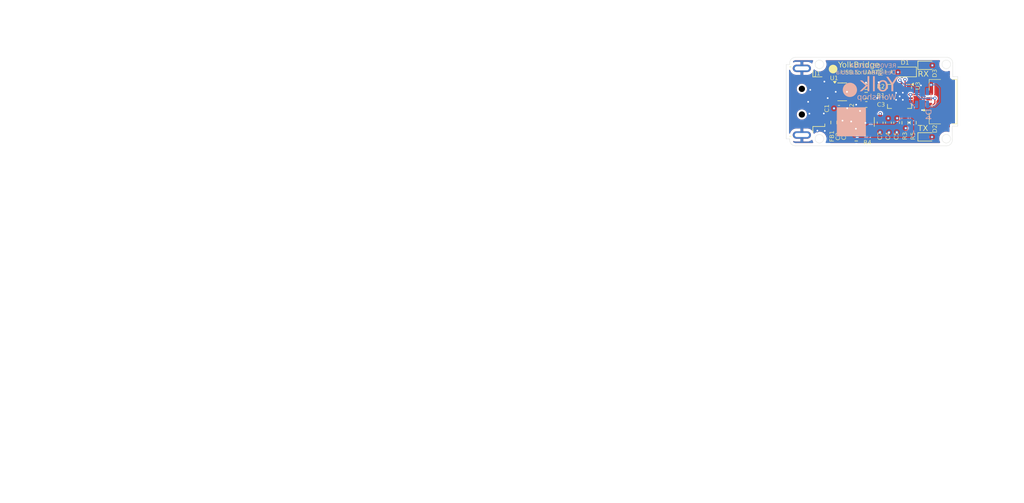
<source format=kicad_pcb>
(kicad_pcb (version 20240108) (generator "pcbnew") (generator_version "8.0")
  (title_block (title "YolkBridge") (date "2024-11-05") (rev "A") (company "Yolkworkshop"))
  (layers (0 "F.Cu" signal "TOP-SIG") (1 "In1.Cu" power "L2-GND") (2 "In2.Cu" power "L3-PWR") (31 "B.Cu" signal "BOTTOM-SIG") (34 "B.Paste" user) (35 "F.Paste" user) (36 "B.SilkS" user "B.Silkscreen") (37 "F.SilkS" user "F.Silkscreen") (38 "B.Mask" user) (39 "F.Mask" user) (44 "Edge.Cuts" user))
  (net 0 "")
  (net 1 "Net-(J1-VBUS)")
  (net 2 "GND")
  (net 3 "VBUS")
  (net 4 "+3.3V")
  (net 5 "+3V3")
  (net 6 "Net-(D1-K)")
  (net 7 "Net-(D2-K)")
  (net 8 "/UART_TX")
  (net 9 "/UART_RX")
  (net 10 "/CONN_DP")
  (net 11 "/CONN_DN")
  (net 12 "/USB_DN")
  (net 13 "/DN")
  (net 14 "/USB_DP")
  (net 15 "/DP")
  (net 16 "Net-(D3-K)")
  (net 17 "Net-(U3-~{RESET})")
  (net 18 "Net-(U2-EN)")
  (net 19 "Net-(U3-CBUS1)")
  (net 20 "Net-(U3-CBUS2)")
  (footprint "Resistor_SMD:R_0603_1608Metric_Pad0.98x0.95mm_HandSolder" (layer "F.Cu") (at 163.343749 37.825 180)
    (property "Reference" "R4" (at -1.9625 -0.825 0) (layer "F.SilkS") (effects (font (size 0.75 0.75))))
    (property "Value" "10k")
    (fp_line (start -0.254724 0.5225) (end 0.254724 0.5225) (stroke (width 0.12)) (layer "F.SilkS"))
    (fp_line (start -0.254724 -0.5225) (end 0.254724 -0.5225) (stroke (width 0.12)) (layer "F.SilkS"))
    (pad "1" smd roundrect (at -0.9125 0 180) (size 0.975 0.95) (layers "F.Cu" "F.Paste" "F.Mask") (net 18 "Net-(U2-EN)"))
    (pad "2" smd roundrect (at 0.9125 0 180) (size 0.975 0.95) (layers "F.Cu" "F.Paste" "F.Mask") (net 3 "VBUS"))
  )
  (footprint "Diode_SMD:D_SOD-323_HandSoldering" (layer "F.Cu") (at 171.881249 26.225 180)
    (property "Reference" "D1" (at 0 1.6 0) (layer "F.SilkS") (effects (font (size 0.75 0.75))))
    (property "Value" "BAT60BE6359HTMA1")
    (fp_line (start -2.01 0.85) (end 1.25 0.85) (stroke (width 0.12)) (layer "F.SilkS"))
    (fp_line (start -2.01 -0.85) (end 1.25 -0.85) (stroke (width 0.12)) (layer "F.SilkS"))
    (fp_line (start -2.01 -0.85) (end -2.01 0.85) (stroke (width 0.12)) (layer "F.SilkS"))
    (pad "1" smd roundrect (at -1.249999 0 180) (size 1 1) (layers "F.Cu" "F.Paste" "F.Mask") (net 6 "Net-(D1-K)"))
    (pad "2" smd roundrect (at 1.249999 0 180) (size 1 1) (layers "F.Cu" "F.Paste" "F.Mask") (net 5 "+3V3"))
  )
  (footprint "Resistor_SMD:R_0603_1608Metric_Pad0.98x0.95mm_HandSolder" (layer "F.Cu") (at 159.406249 35.1 -90)
    (property "Reference" "FB1" (at 2.425 0.3 -90) (layer "F.SilkS") (effects (font (size 0.75 0.75))))
    (property "Value" "100R @ 100MHz")
    (fp_line (start -0.254724 0.5225) (end 0.254724 0.5225) (stroke (width 0.12)) (layer "F.SilkS"))
    (fp_line (start -0.254724 -0.5225) (end 0.254724 -0.5225) (stroke (width 0.12)) (layer "F.SilkS"))
    (pad "1" smd roundrect (at -0.9125 0 270) (size 0.975 0.95) (layers "F.Cu" "F.Paste" "F.Mask") (net 1 "Net-(J1-VBUS)"))
    (pad "2" smd roundrect (at 0.9125 0 270) (size 0.975 0.95) (layers "F.Cu" "F.Paste" "F.Mask") (net 3 "VBUS"))
  )
  (footprint "Capacitor_SMD:C_0603_1608Metric_Pad1.08x0.95mm_HandSolder" (layer "F.Cu") (at 160.306249 32.625)
    (property "Reference" "C1" (at -2.075 0 90) (layer "F.SilkS") (effects (font (size 0.75 0.75))))
    (property "Value" "100n")
    (fp_line (start -0.146267 -0.51) (end 0.146267 -0.51) (stroke (width 0.12)) (layer "F.SilkS"))
    (fp_line (start -0.146267 0.51) (end 0.146267 0.51) (stroke (width 0.12)) (layer "F.SilkS"))
    (pad "1" smd roundrect (at -0.862501 0) (size 1.075 0.95) (layers "F.Cu" "F.Paste" "F.Mask") (net 1 "Net-(J1-VBUS)"))
    (pad "2" smd roundrect (at 0.862501 0) (size 1.075 0.95) (layers "F.Cu" "F.Paste" "F.Mask") (net 2 "GND"))
  )
  (footprint "Capacitor_SMD:C_0603_1608Metric_Pad1.08x0.95mm_HandSolder" (layer "F.Cu") (at 168.981249 35.15 -90)
    (property "Reference" "C4" (at 2.325 0.025 90) (layer "F.SilkS") (effects (font (size 0.75 0.75))))
    (property "Value" "470n")
    (fp_line (start -0.146267 0.51) (end 0.146267 0.51) (stroke (width 0.12)) (layer "F.SilkS"))
    (fp_line (start -0.146267 -0.51) (end 0.146267 -0.51) (stroke (width 0.12)) (layer "F.SilkS"))
    (pad "1" smd roundrect (at -0.862501 0 270) (size 1.075 0.95) (layers "F.Cu" "F.Paste" "F.Mask") (net 4 "+3.3V"))
    (pad "2" smd roundrect (at 0.862501 0 270) (size 1.075 0.95) (layers "F.Cu" "F.Paste" "F.Mask") (net 2 "GND"))
  )
  (footprint "Capacitor_SMD:C_0603_1608Metric_Pad1.08x0.95mm_HandSolder" (layer "F.Cu") (at 160.906249 35.1 90)
    (property "Reference" "C2" (at -2.45 -0.725 90) (layer "F.SilkS") (effects (font (size 0.75 0.75))))
    (property "Value" "100n")
    (fp_line (start -0.146267 -0.51) (end 0.146267 -0.51) (stroke (width 0.12)) (layer "F.SilkS"))
    (fp_line (start -0.146267 0.51) (end 0.146267 0.51) (stroke (width 0.12)) (layer "F.SilkS"))
    (pad "1" smd roundrect (at -0.862501 0 90) (size 1.075 0.95) (layers "F.Cu" "F.Paste" "F.Mask") (net 3 "VBUS"))
    (pad "2" smd roundrect (at 0.862501 0 90) (size 1.075 0.95) (layers "F.Cu" "F.Paste" "F.Mask") (net 2 "GND"))
  )
  (footprint "Resistor_SMD:R_0603_1608Metric_Pad0.98x0.95mm_HandSolder" (layer "F.Cu") (at 173.331249 35.15 -90)
    (property "Reference" "R5" (at 2.325 0 90) (layer "F.SilkS") (effects (font (size 0.75 0.75))))
    (property "Value" "330R")
    (fp_line (start -0.254724 0.5225) (end 0.254724 0.5225) (stroke (width 0.12)) (layer "F.SilkS"))
    (fp_line (start -0.254724 -0.5225) (end 0.254724 -0.5225) (stroke (width 0.12)) (layer "F.SilkS"))
    (pad "1" smd roundrect (at -0.9125 0 270) (size 0.975 0.95) (layers "F.Cu" "F.Paste" "F.Mask") (net 19 "Net-(U3-CBUS1)"))
    (pad "2" smd roundrect (at 0.9125 0 270) (size 0.975 0.95) (layers "F.Cu" "F.Paste" "F.Mask") (net 7 "Net-(D2-K)"))
  )
  (footprint "picostroke:5037630491" (layer "F.Cu") (at 178.056249 31.45 -90)
    (property "Reference" "J2" (hide yes))
    (property "Value" "UART" (hide yes))
    (fp_line (start 1.4 2.825) (end 1.4 2.825) (stroke (width 0.2)) (layer "F.SilkS"))
    (fp_line (start 1.6 2.825) (end 1.6 2.825) (stroke (width 0.2)) (layer "F.SilkS"))
    (fp_line (start -3.9 1.925) (end -2 1.925) (stroke (width 0.1)) (layer "F.SilkS"))
    (fp_line (start 2 1.925) (end 3.9 1.925) (stroke (width 0.1)) (layer "F.SilkS"))
    (fp_line (start 3.9 1.925) (end 3.899999 -0.075) (stroke (width 0.1)) (layer "F.SilkS"))
    (fp_line (start -3.899999 -0.075) (end -3.9 1.925) (stroke (width 0.1)) (layer "F.SilkS"))
    (fp_line (start -3.9 -2.075) (end -3.9 -2.925) (stroke (width 0.1)) (layer "F.SilkS"))
    (fp_line (start -3.9 -2.925) (end 3.9 -2.925) (stroke (width 0.1)) (layer "F.SilkS"))
    (fp_line (start 3.9 -2.925) (end 3.9 -2.075) (stroke (width 0.1)) (layer "F.SilkS"))
    (fp_arc (start 1.4 2.825) (mid 1.5 2.725) (end 1.6 2.825) (stroke (width 0.2)) (layer "F.SilkS"))
    (fp_arc (start 1.6 2.825) (mid 1.5 2.925) (end 1.4 2.825) (stroke (width 0.2)) (layer "F.SilkS"))
    (pad "1" smd rect (at 1.5 1.925 270) (size 0.55 1) (layers "F.Cu" "F.Paste" "F.Mask") (net 2 "GND"))
    (pad "2" smd rect (at 0.5 1.925 270) (size 0.55 1) (layers "F.Cu" "F.Paste" "F.Mask") (net 8 "/UART_TX"))
    (pad "3" smd rect (at -0.5 1.925 270) (size 0.55 1) (layers "F.Cu" "F.Paste" "F.Mask") (net 9 "/UART_RX"))
    (pad "4" smd rect (at -1.5 1.925 270) (size 0.55 1) (layers "F.Cu" "F.Paste" "F.Mask") (net 6 "Net-(D1-K)"))
    (pad "5" smd rect (at -3.875 -1.055 270) (size 1.26 1.3) (layers "F.Cu" "F.Paste" "F.Mask"))
    (pad "6" smd rect (at 3.875 -1.055 270) (size 1.26 1.3) (layers "F.Cu" "F.Paste" "F.Mask"))
  )
  (footprint "LED_SMD:LED_0603_1608Metric_Pad1.05x0.95mm_HandSolder" (layer "F.Cu") (at 175.806249 37.625)
    (property "Reference" "D2" (at 1.35 -1.4 -90) (layer "F.SilkS") (effects (font (size 0.75 0.75))))
    (property "Value" "TXLED")
    (fp_line (start -1.66 -0.735) (end -1.66 0.735) (stroke (width 0.12)) (layer "F.SilkS"))
    (fp_line (start -1.66 0.735) (end 0.8 0.735) (stroke (width 0.12)) (layer "F.SilkS"))
    (fp_line (start 0.8 -0.735) (end -1.66 -0.735) (stroke (width 0.12)) (layer "F.SilkS"))
    (pad "1" smd roundrect (at -0.874999 0) (size 1.05 0.95) (layers "F.Cu" "F.Paste" "F.Mask") (net 7 "Net-(D2-K)"))
    (pad "2" smd roundrect (at 0.874999 0) (size 1.05 0.95) (layers "F.Cu" "F.Paste" "F.Mask") (net 5 "+3V3"))
  )
  (footprint "Capacitor_SMD:C_0603_1608Metric_Pad1.08x0.95mm_HandSolder" (layer "F.Cu") (at 167.531249 35.15 -90)
    (property "Reference" "C7" (at 2.325 0 90) (layer "F.SilkS") (effects (font (size 0.75 0.75))))
    (property "Value" "1u")
    (fp_line (start -0.146267 0.51) (end 0.146267 0.51) (stroke (width 0.12)) (layer "F.SilkS"))
    (fp_line (start -0.146267 -0.51) (end 0.146267 -0.51) (stroke (width 0.12)) (layer "F.SilkS"))
    (pad "1" smd roundrect (at -0.862501 0 270) (size 1.075 0.95) (layers "F.Cu" "F.Paste" "F.Mask") (net 5 "+3V3"))
    (pad "2" smd roundrect (at 0.862501 0 270) (size 1.075 0.95) (layers "F.Cu" "F.Paste" "F.Mask") (net 2 "GND"))
  )
  (footprint "Capacitor_SMD:C_0603_1608Metric_Pad1.08x0.95mm_HandSolder" (layer "F.Cu") (at 162.406249 35.1 90)
    (property "Reference" "C6" (at -2.4 -1.2 90) (layer "F.SilkS") (effects (font (size 0.75 0.75))))
    (property "Value" "1u")
    (fp_line (start -0.146267 -0.51) (end 0.146267 -0.51) (stroke (width 0.12)) (layer "F.SilkS"))
    (fp_line (start -0.146267 0.51) (end 0.146267 0.51) (stroke (width 0.12)) (layer "F.SilkS"))
    (pad "1" smd roundrect (at -0.862501 0 90) (size 1.075 0.95) (layers "F.Cu" "F.Paste" "F.Mask") (net 3 "VBUS"))
    (pad "2" smd roundrect (at 0.862501 0 90) (size 1.075 0.95) (layers "F.Cu" "F.Paste" "F.Mask") (net 2 "GND"))
  )
  (footprint "Resistor_SMD:R_0603_1608Metric_Pad0.98x0.95mm_HandSolder" (layer "F.Cu") (at 168.981249 26.175 -90)
    (property "Reference" "R6" (at 0.075 1.325 90) (layer "F.SilkS") (effects (font (size 0.75 0.75))))
    (property "Value" "330R")
    (fp_line (start -0.254724 0.5225) (end 0.254724 0.5225) (stroke (width 0.12)) (layer "F.SilkS"))
    (fp_line (start -0.254724 -0.5225) (end 0.254724 -0.5225) (stroke (width 0.12)) (layer "F.SilkS"))
    (pad "1" smd roundrect (at -0.9125 0 270) (size 0.975 0.95) (layers "F.Cu" "F.Paste" "F.Mask") (net 16 "Net-(D3-K)"))
    (pad "2" smd roundrect (at 0.9125 0 270) (size 0.975 0.95) (layers "F.Cu" "F.Paste" "F.Mask") (net 20 "Net-(U3-CBUS2)"))
  )
  (footprint "Capacitor_SMD:C_0603_1608Metric_Pad1.08x0.95mm_HandSolder" (layer "F.Cu") (at 165.106249 31.95 180)
    (property "Reference" "C3" (at -2.575 -0.05 0) (layer "F.SilkS") (effects (font (size 0.75 0.75))))
    (property "Value" "100n")
    (fp_line (start -0.146267 0.51) (end 0.146267 0.51) (stroke (width 0.12)) (layer "F.SilkS"))
    (fp_line (start -0.146267 -0.51) (end 0.146267 -0.51) (stroke (width 0.12)) (layer "F.SilkS"))
    (pad "1" smd roundrect (at -0.862501 0 180) (size 1.075 0.95) (layers "F.Cu" "F.Paste" "F.Mask") (net 4 "+3.3V"))
    (pad "2" smd roundrect (at 0.862501 0 180) (size 1.075 0.95) (layers "F.Cu" "F.Paste" "F.Mask") (net 2 "GND"))
  )
  (footprint "Capacitor_SMD:C_0603_1608Metric_Pad1.08x0.95mm_HandSolder" (layer "F.Cu") (at 170.431249 35.15 -90)
    (property "Reference" "C5" (at 2.325 0.025 90) (layer "F.SilkS") (effects (font (size 0.75 0.75))))
    (property "Value" "100n")
    (fp_line (start -0.146267 0.51) (end 0.146267 0.51) (stroke (width 0.12)) (layer "F.SilkS"))
    (fp_line (start -0.146267 -0.51) (end 0.146267 -0.51) (stroke (width 0.12)) (layer "F.SilkS"))
    (pad "1" smd roundrect (at -0.862501 0 270) (size 1.075 0.95) (layers "F.Cu" "F.Paste" "F.Mask") (net 4 "+3.3V"))
    (pad "2" smd roundrect (at 0.862501 0 270) (size 1.075 0.95) (layers "F.Cu" "F.Paste" "F.Mask") (net 2 "GND"))
  )
  (footprint "Package_TO_SOT_SMD:SOT-23-6" (layer "F.Cu") (at 160.881249 29.725)
    (property "Reference" "U1" (at -1.425 -2.375 0) (layer "F.SilkS") (effects (font (size 0.75 0.75))))
    (property "Value" "USBLC6-2SC6")
    (fp_line (start 0 -1.56) (end -0.8 -1.56) (stroke (width 0.12)) (layer "F.SilkS"))
    (fp_line (start 0 -1.56) (end 0.8 -1.56) (stroke (width 0.12)) (layer "F.SilkS"))
    (fp_line (start 0 1.56) (end -0.8 1.56) (stroke (width 0.12)) (layer "F.SilkS"))
    (fp_line (start 0 1.56) (end 0.8 1.56) (stroke (width 0.12)) (layer "F.SilkS"))
    (fp_poly (pts (xy -1.3 -1.51) (xy -1.54 -1.84) (xy -1.06 -1.84) (xy -1.3 -1.51)) (stroke (width 0.12)) (fill solid) (layer "F.SilkS"))
    (pad "1" smd roundrect (at -1.1375 -0.95) (size 1.325 0.6) (layers "F.Cu" "F.Paste" "F.Mask") (net 10 "/CONN_DP"))
    (pad "2" smd roundrect (at -1.1375 0) (size 1.325 0.6) (layers "F.Cu" "F.Paste" "F.Mask") (net 2 "GND"))
    (pad "3" smd roundrect (at -1.1375 0.95) (size 1.325 0.6) (layers "F.Cu" "F.Paste" "F.Mask") (net 11 "/CONN_DN"))
    (pad "4" smd roundrect (at 1.1375 0.95) (size 1.325 0.6) (layers "F.Cu" "F.Paste" "F.Mask") (net 12 "/USB_DN"))
    (pad "5" smd roundrect (at 1.1375 0) (size 1.325 0.6) (layers "F.Cu" "F.Paste" "F.Mask") (net 1 "Net-(J1-VBUS)"))
    (pad "6" smd roundrect (at 1.1375 -0.95) (size 1.325 0.6) (layers "F.Cu" "F.Paste" "F.Mask") (net 14 "/USB_DP"))
  )
  (footprint "Package_TO_SOT_SMD:SOT-23-5" (layer "F.Cu") (at 164.943749 35 90)
    (property "Reference" "U2" (at 2.55 -2.3375 90) (layer "F.SilkS") (effects (font (size 0.75 0.75))))
    (property "Value" "MIC5504-3.3YM5")
    (fp_line (start 0 -1.560001) (end 0.8 -1.56) (stroke (width 0.12)) (layer "F.SilkS"))
    (fp_line (start 0 -1.560001) (end -0.8 -1.56) (stroke (width 0.12)) (layer "F.SilkS"))
    (fp_line (start 0 1.560001) (end 0.8 1.56) (stroke (width 0.12)) (layer "F.SilkS"))
    (fp_line (start 0 1.560001) (end -0.8 1.56) (stroke (width 0.12)) (layer "F.SilkS"))
    (fp_poly (pts (xy -1.3 -1.51) (xy -1.54 -1.84) (xy -1.06 -1.84) (xy -1.3 -1.51)) (stroke (width 0.12)) (fill solid) (layer "F.SilkS"))
    (pad "1" smd roundrect (at -1.1375 -0.949999 90) (size 1.325 0.6) (layers "F.Cu" "F.Paste" "F.Mask") (net 3 "VBUS"))
    (pad "2" smd roundrect (at -1.1375 0 90) (size 1.325 0.6) (layers "F.Cu" "F.Paste" "F.Mask") (net 2 "GND"))
    (pad "3" smd roundrect (at -1.1375 0.949999 90) (size 1.325 0.6) (layers "F.Cu" "F.Paste" "F.Mask") (net 18 "Net-(U2-EN)"))
    (pad "4" smd roundrect (at 1.1375 0.949999 90) (size 1.325 0.6) (layers "F.Cu" "F.Paste" "F.Mask"))
    (pad "5" smd roundrect (at 1.1375 -0.949999 90) (size 1.325 0.6) (layers "F.Cu" "F.Paste" "F.Mask") (net 5 "+3V3"))
  )
  (footprint "Resistor_SMD:R_0603_1608Metric_Pad0.98x0.95mm_HandSolder" (layer "F.Cu") (at 165.081249 30.35)
    (property "Reference" "R1" (at 2.575 0.075 0) (layer "F.SilkS") (effects (font (size 0.75 0.75))))
    (property "Value" "27R")
    (fp_line (start -0.254724 -0.5225) (end 0.254724 -0.5225) (stroke (width 0.12)) (layer "F.SilkS"))
    (fp_line (start -0.254724 0.5225) (end 0.254724 0.5225) (stroke (width 0.12)) (layer "F.SilkS"))
    (pad "1" smd roundrect (at -0.9125 0) (size 0.975 0.95) (layers "F.Cu" "F.Paste" "F.Mask") (net 12 "/USB_DN"))
    (pad "2" smd roundrect (at 0.9125 0) (size 0.975 0.95) (layers "F.Cu" "F.Paste" "F.Mask") (net 13 "/DN"))
  )
  (footprint "Connector_USB:USB_A_Molex_48037-2200_Horizontal" (layer "F.Cu") (at 145.431249 31.45 180)
    (property "Reference" "J1" (at -11.125 4.925 0) (layer "F.SilkS") (effects (font (size 0.75 0.75))))
    (property "Value" "USB_A")
    (fp_line (start -6.515 6.11) (end -6.245 6.11) (stroke (width 0.12)) (layer "F.SilkS"))
    (fp_line (start -6.515 -6.11) (end -6.245 -6.11) (stroke (width 0.12)) (layer "F.SilkS"))
    (fp_line (start -10.3 4.36) (end -10.3 5.4) (stroke (width 0.12)) (layer "F.SilkS"))
    (fp_line (start -10.3 -5.4) (end -10.3 -4.36) (stroke (width 0.12)) (layer "F.SilkS"))
    (fp_line (start -11.92 4.36) (end -10.3 4.36) (stroke (width 0.12)) (layer "F.SilkS"))
    (fp_line (start -12.400001 -4.36) (end -10.3 -4.36) (stroke (width 0.12)) (layer "F.SilkS"))
    (fp_line (start -12.400001 -4.36) (end -12.400001 -3.9) (stroke (width 0.12)) (layer "F.SilkS"))
    (pad "" np_thru_hole circle (at -8.375 -2.25 180) (size 1.1 1.1) (drill 1.1) (layers "*.Mask"))
    (pad "" np_thru_hole circle (at -8.375 2.25 180) (size 1.1 1.1) (drill 1.1) (layers "*.Mask"))
    (pad "1" smd roundrect (at -10.975 -3.5 180) (size 2 1.2) (layers "F.Cu" "F.Paste" "F.Mask") (net 1 "Net-(J1-VBUS)"))
    (pad "2" smd roundrect (at -10.975 -1 180) (size 2 1.2) (layers "F.Cu" "F.Paste" "F.Mask") (net 11 "/CONN_DN"))
    (pad "3" smd roundrect (at -10.975 1 180) (size 2 1.2) (layers "F.Cu" "F.Paste" "F.Mask") (net 10 "/CONN_DP"))
    (pad "4" smd roundrect (at -10.975 3.5 180) (size 2 1.2) (layers "F.Cu" "F.Paste" "F.Mask") (net 2 "GND"))
    (pad "5" thru_hole oval (at -8.375 -5.85 180) (size 3.2 1.3) (drill oval 2.5 0.7) (layers "*.Cu" "*.Mask") (net 2 "GND"))
    (pad "5" thru_hole oval (at -8.375 5.85 180) (size 3.2 1.3) (drill oval 2.5 0.7) (layers "*.Cu" "*.Mask") (net 2 "GND"))
  )
  (footprint "Resistor_SMD:R_0603_1608Metric_Pad0.98x0.95mm_HandSolder" (layer "F.Cu") (at 171.881249 35.15 90)
    (property "Reference" "R3" (at -2.325 0.025 90) (layer "F.SilkS") (effects (font (size 0.75 0.75))))
    (property "Value" "10k")
    (fp_line (start -0.254724 -0.5225) (end 0.254724 -0.5225) (stroke (width 0.12)) (layer "F.SilkS"))
    (fp_line (start -0.254724 0.5225) (end 0.254724 0.5225) (stroke (width 0.12)) (layer "F.SilkS"))
    (pad "1" smd roundrect (at -0.9125 0 90) (size 0.975 0.95) (layers "F.Cu" "F.Paste" "F.Mask") (net 4 "+3.3V"))
    (pad "2" smd roundrect (at 0.9125 0 90) (size 0.975 0.95) (layers "F.Cu" "F.Paste" "F.Mask") (net 17 "Net-(U3-~{RESET})"))
  )
  (footprint "LED_SMD:LED_0603_1608Metric_Pad1.05x0.95mm_HandSolder" (layer "F.Cu") (at 175.806249 25.075)
    (property "Reference" "D3" (at 1.325 1.4 -90) (layer "F.SilkS") (effects (font (size 0.75 0.75))))
    (property "Value" "RXLED")
    (fp_line (start -1.66 -0.735) (end -1.66 0.735) (stroke (width 0.12)) (layer "F.SilkS"))
    (fp_line (start -1.66 0.735) (end 0.8 0.735) (stroke (width 0.12)) (layer "F.SilkS"))
    (fp_line (start 0.8 -0.735) (end -1.66 -0.735) (stroke (width 0.12)) (layer "F.SilkS"))
    (pad "1" smd roundrect (at -0.874999 0) (size 1.05 0.95) (layers "F.Cu" "F.Paste" "F.Mask") (net 16 "Net-(D3-K)"))
    (pad "2" smd roundrect (at 0.874999 0) (size 1.05 0.95) (layers "F.Cu" "F.Paste" "F.Mask") (net 5 "+3V3"))
  )
  (footprint "Package_DFN_QFN:QFN-16-1EP_4x4mm_P0.65mm_EP2.1x2.1mm" (layer "F.Cu") (at 170.931249 30.525 -90)
    (property "Reference" "U3" (at -1.85 -3.25 90) (layer "F.SilkS") (effects (font (size 0.75 0.75))))
    (property "Value" "FT230XQ")
    (fp_line (start -2.11 2.11) (end -2.11 1.385) (stroke (width 0.12)) (layer "F.SilkS"))
    (fp_line (start -1.385 2.11) (end -2.11 2.11) (stroke (width 0.12)) (layer "F.SilkS"))
    (fp_line (start 1.385 2.11) (end 2.11 2.11) (stroke (width 0.12)) (layer "F.SilkS"))
    (fp_line (start 2.11 2.11) (end 2.11 1.385) (stroke (width 0.12)) (layer "F.SilkS"))
    (fp_line (start -2.11 -1.385) (end -2.11 -1.87) (stroke (width 0.12)) (layer "F.SilkS"))
    (fp_line (start -1.385 -2.11) (end -1.81 -2.11) (stroke (width 0.12)) (layer "F.SilkS"))
    (fp_line (start 1.385 -2.11) (end 2.11 -2.11) (stroke (width 0.12)) (layer "F.SilkS"))
    (fp_line (start 2.11 -2.11) (end 2.11 -1.385) (stroke (width 0.12)) (layer "F.SilkS"))
    (fp_poly (pts (xy -2.11 -2.11) (xy -2.349999 -2.44) (xy -1.87 -2.44) (xy -2.11 -2.11)) (stroke (width 0.12)) (fill solid) (layer "F.SilkS"))
    (pad "1" smd roundrect (at -1.95 -0.975 270) (size 0.85 0.3) (layers "F.Cu" "F.Paste" "F.Mask") (net 4 "+3.3V"))
    (pad "2" smd roundrect (at -1.95 -0.325 270) (size 0.85 0.3) (layers "F.Cu" "F.Paste" "F.Mask") (net 8 "/UART_TX"))
    (pad "3" smd roundrect (at -1.95 0.325 270) (size 0.85 0.3) (layers "F.Cu" "F.Paste" "F.Mask") (net 2 "GND"))
    (pad "4" smd roundrect (at -1.95 0.975 270) (size 0.85 0.3) (layers "F.Cu" "F.Paste" "F.Mask"))
    (pad "5" smd roundrect (at -0.975 1.95 270) (size 0.3 0.85) (layers "F.Cu" "F.Paste" "F.Mask") (net 20 "Net-(U3-CBUS2)"))
    (pad "6" smd roundrect (at -0.325 1.95 270) (size 0.3 0.85) (layers "F.Cu" "F.Paste" "F.Mask") (net 15 "/DP"))
    (pad "7" smd roundrect (at 0.325 1.95 270) (size 0.3 0.85) (layers "F.Cu" "F.Paste" "F.Mask") (net 13 "/DN"))
    (pad "8" smd roundrect (at 0.975 1.95 270) (size 0.3 0.85) (layers "F.Cu" "F.Paste" "F.Mask") (net 4 "+3.3V"))
    (pad "9" smd roundrect (at 1.95 0.975 270) (size 0.85 0.3) (layers "F.Cu" "F.Paste" "F.Mask") (net 17 "Net-(U3-~{RESET})"))
    (pad "10" smd roundrect (at 1.95 0.325 270) (size 0.85 0.3) (layers "F.Cu" "F.Paste" "F.Mask") (net 3 "VBUS"))
    (pad "11" smd roundrect (at 1.95 -0.325 270) (size 0.85 0.3) (layers "F.Cu" "F.Paste" "F.Mask") (net 19 "Net-(U3-CBUS1)"))
    (pad "12" smd roundrect (at 1.95 -0.975 270) (size 0.85 0.3) (layers "F.Cu" "F.Paste" "F.Mask"))
    (pad "13" smd roundrect (at 0.975 -1.95 270) (size 0.3 0.85) (layers "F.Cu" "F.Paste" "F.Mask") (net 2 "GND"))
    (pad "14" smd roundrect (at 0.325 -1.95 270) (size 0.3 0.85) (layers "F.Cu" "F.Paste" "F.Mask"))
    (pad "15" smd roundrect (at -0.325 -1.95 270) (size 0.3 0.85) (layers "F.Cu" "F.Paste" "F.Mask") (net 9 "/UART_RX"))
    (pad "16" smd roundrect (at -0.975 -1.95 270) (size 0.3 0.85) (layers "F.Cu" "F.Paste" "F.Mask"))
    (pad "17" smd rect (at 0 0 270) (size 2.1 2.1) (property pad_prop_heatsink) (layers "F.Cu" "F.Mask") (net 2 "GND"))
  )
  (footprint "Resistor_SMD:R_0603_1608Metric_Pad0.98x0.95mm_HandSolder" (layer "F.Cu") (at 165.081249 28.775)
    (property "Reference" "R2" (at 2.575 0.05 0) (layer "F.SilkS") (effects (font (size 0.75 0.75))))
    (property "Value" "27R")
    (fp_line (start -0.254724 -0.5225) (end 0.254724 -0.5225) (stroke (width 0.12)) (layer "F.SilkS"))
    (fp_line (start -0.254724 0.5225) (end 0.254724 0.5225) (stroke (width 0.12)) (layer "F.SilkS"))
    (pad "1" smd roundrect (at -0.9125 0) (size 0.975 0.95) (layers "F.Cu" "F.Paste" "F.Mask") (net 14 "/USB_DP"))
    (pad "2" smd roundrect (at 0.9125 0) (size 0.975 0.95) (layers "F.Cu" "F.Paste" "F.Mask") (net 15 "/DP"))
  )
  (footprint "Package_TO_SOT_SMD:SOT-23-6" (layer "B.Cu") (at 174.881249 30.8 90)
    (property "Reference" "D4" (at -2.925 1.225 90) (layer "B.SilkS") (effects (justify mirror)))
    (property "Value" "ESDA6V1BC6")
    (fp_line (start 0.8 -1.56) (end 0 -1.560001) (stroke (width 0.12)) (layer "B.SilkS"))
    (fp_line (start -0.8 -1.56) (end 0 -1.560001) (stroke (width 0.12)) (layer "B.SilkS"))
    (fp_line (start 0.8 1.56) (end 0 1.560001) (stroke (width 0.12)) (layer "B.SilkS"))
    (fp_line (start -0.8 1.56) (end 0 1.560001) (stroke (width 0.12)) (layer "B.SilkS"))
    (fp_poly (pts (xy -1.3 1.51) (xy -1.54 1.84) (xy -1.06 1.84) (xy -1.3 1.51)) (stroke (width 0.12)) (fill solid) (layer "B.SilkS"))
    (pad "1" smd roundrect (at -1.1375 0.949999 90) (size 1.325 0.6) (layers "B.Cu" "B.Paste" "B.Mask") (net 6 "Net-(D1-K)"))
    (pad "2" smd roundrect (at -1.1375 0 90) (size 1.325 0.6) (layers "B.Cu" "B.Paste" "B.Mask") (net 2 "GND"))
    (pad "3" smd roundrect (at -1.1375 -0.949999 90) (size 1.325 0.6) (layers "B.Cu" "B.Paste" "B.Mask") (net 9 "/UART_RX"))
    (pad "4" smd roundrect (at 1.1375 -0.949999 90) (size 1.325 0.6) (layers "B.Cu" "B.Paste" "B.Mask") (net 8 "/UART_TX"))
    (pad "5" smd roundrect (at 1.1375 0 90) (size 1.325 0.6) (layers "B.Cu" "B.Paste" "B.Mask") (net 2 "GND"))
    (pad "6" smd roundrect (at 1.1375 0.949999 90) (size 1.325 0.6) (layers "B.Cu" "B.Paste" "B.Mask"))
  )
  (gr_rect (start 159.981249 32.475) (end 164.981249 37.475) (stroke (width 0.1)) (fill solid) (layer "B.SilkS"))
  (gr_circle (center 162.231249 29.375) (end 162.231249 30.577082) (stroke (width 0.1)) (fill solid) (layer "B.SilkS"))
  (gr_circle (center 159.281249 25.725) (end 159.988356 25.725) (stroke (width 0.1)) (fill solid) (layer "F.SilkS"))
  (gr_arc (start 152.681249 39.2) (mid 151.974111 38.907124) (end 151.681249 38.2) (stroke (width 0.05)) (layer "Edge.Cuts"))
  (gr_line (start 152.681249 23.675) (end 179.256249 23.675) (stroke (width 0.05)) (layer "Edge.Cuts"))
  (gr_arc (start 151.681249 24.675) (mid 151.974145 23.967911) (end 152.681249 23.675) (stroke (width 0.05)) (layer "Edge.Cuts"))
  (gr_circle (center 179.131249 24.9) (end 179.881249 24.9) (stroke (width 0.05)) (fill none) (layer "Edge.Cuts"))
  (gr_line (start 151.681249 24.925) (end 151.056249 24.925) (stroke (width 0.05)) (layer "Edge.Cuts"))
  (gr_circle (center 179.131249 37.95) (end 179.881249 37.95) (stroke (width 0.05)) (fill none) (layer "Edge.Cuts"))
  (gr_arc (start 180.181249 38.2) (mid 179.888356 38.907107) (end 179.181249 39.2) (stroke (width 0.05)) (layer "Edge.Cuts"))
  (gr_line (start 151.681249 24.675) (end 151.681249 24.925) (stroke (width 0.05)) (layer "Edge.Cuts"))
  (gr_line (start 151.681249 37.975) (end 151.681249 38.2) (stroke (width 0.05)) (layer "Edge.Cuts"))
  (gr_line (start 180.256249 27.05) (end 180.256249 24.675) (stroke (width 0.05)) (layer "Edge.Cuts"))
  (gr_line (start 181.156249 35.75) (end 181.156249 27.05) (stroke (width 0.05)) (layer "Edge.Cuts"))
  (gr_circle (center 156.881249 24.9) (end 157.631249 24.9) (stroke (width 0.05)) (fill none) (layer "Edge.Cuts"))
  (gr_line (start 180.181249 35.75) (end 181.156249 35.75) (stroke (width 0.05)) (layer "Edge.Cuts"))
  (gr_line (start 180.181249 38.05) (end 180.181249 35.75) (stroke (width 0.05)) (layer "Edge.Cuts"))
  (gr_line (start 152.681249 39.2) (end 179.181249 39.2) (stroke (width 0.05)) (layer "Edge.Cuts"))
  (gr_line (start 181.156249 27.05) (end 180.256249 27.05) (stroke (width 0.05)) (layer "Edge.Cuts"))
  (gr_arc (start 179.256249 23.675) (mid 179.963356 23.967893) (end 180.256249 24.675) (stroke (width 0.05)) (layer "Edge.Cuts"))
  (gr_line (start 180.181249 38.2) (end 180.181249 38.05) (stroke (width 0.05)) (layer "Edge.Cuts"))
  (gr_line (start 151.056249 24.925) (end 151.056249 37.975) (stroke (width 0.05)) (layer "Edge.Cuts"))
  (gr_line (start 151.681249 37.975) (end 151.056249 37.975) (stroke (width 0.05)) (layer "Edge.Cuts"))
  (gr_circle (center 156.881249 37.95) (end 157.631249 37.95) (stroke (width 0.05)) (fill none) (layer "Edge.Cuts"))
  (gr_text "REV005112024" (at 170.356249 25.625 0) (layer "B.SilkS") (effects (font (size 0.75 0.75) (thickness 0.1)) (justify left bottom mirror)))
  (gr_text "Workshop" (at 170.381249 31.275 0) (layer "B.SilkS") (effects (font (size 1 1) (thickness 0.1)) (justify left bottom mirror)))
  (gr_text "Designed in Zambia" (at 170.331249 26.775 0) (layer "B.SilkS") (effects (font (size 0.75 0.75) (thickness 0.1)) (justify left bottom mirror)))
  (gr_text "Yolk" (at 170.731249 30.05 0) (layer "B.SilkS") (effects (font (size 2.5 2.5) (thickness 0.1)) (justify left bottom mirror)))
  (gr_text "YolkBridge" (at 160.156249 25.625 0) (layer "F.SilkS") (effects (font (size 1 1) (thickness 0.1)) (justify left bottom)))
  (gr_text "USB to UART" (at 160.631249 26.775 0) (layer "F.SilkS") (effects (font (size 0.75 0.75) (thickness 0.1)) (justify left bottom)))
  (gr_text "TX" (at 174.131249 36.75 0) (layer "F.SilkS") (effects (font (size 1 1) (thickness 0.1)) (justify left bottom)))
  (gr_text "RX" (at 174.131249 27.225 0) (layer "F.SilkS") (effects (font (size 1 1) (thickness 0.1)) (justify left bottom)))
  (segment (start 156.406249 34.95) (end 158.643749 34.95) (width 0.35) (layer "F.Cu") (net 1))
  (segment (start 158.643749 34.95) (end 159.406249 34.1875) (width 0.35) (layer "F.Cu") (net 1))
  (segment (start 161.715193 29.725) (end 162.018749 29.725) (width 0.35) (layer "F.Cu") (net 1))
  (segment (start 159.443748 32.625) (end 159.731249 32.625) (width 0.35) (layer "F.Cu") (net 1))
  (segment (start 159.406249 32.662499) (end 159.443748 32.625) (width 0.35) (layer "F.Cu") (net 1))
  (segment (start 159.406249 34.1875) (end 159.406249 32.662499) (width 0.35) (layer "F.Cu") (net 1))
  (via (at 159.443748 32.625) (size 0.5834) (drill 0.3) (layers "F.Cu" "B.Cu") (net 1))
  (via (at 161.715193 29.725) (size 0.5834) (drill 0.3) (layers "F.Cu" "B.Cu") (net 1))
  (segment (start 171.876249 31.495) (end 171.506249 31.125) (width 0.35) (layer "F.Cu") (net 2))
  (segment (start 174.881249 32.925) (end 176.106249 32.925) (width 0.165) (layer "F.Cu") (net 2))
  (segment (start 170.431249 36.775) (end 170.456249 36.8) (width 0.35) (layer "F.Cu") (net 2))
  (segment (start 170.431249 36.012501) (end 170.431249 36.775) (width 0.35) (layer "F.Cu") (net 2))
  (segment (start 171.506249 31.125) (end 171.506249 31.1) (width 0.2) (layer "F.Cu") (net 2))
  (segment (start 171.506249 31.1) (end 170.956249 30.55) (width 0.2) (layer "F.Cu") (net 2))
  (segment (start 168.981249 36.012501) (end 168.981249 36.725) (width 0.35) (layer "F.Cu") (net 2))
  (segment (start 170.606249 28.575) (end 170.606249 30.2) (width 0.35) (layer "F.Cu") (net 2))
  (segment (start 162.406249 34.237499) (end 162.406249 34.875) (width 0.35) (layer "F.Cu") (net 2))
  (segment (start 176.106249 32.925) (end 176.131249 32.95) (width 0.165) (layer "F.Cu") (net 2))
  (segment (start 156.406249 27.95) (end 157.731249 27.95) (width 0.35) (layer "F.Cu") (net 2))
  (segment (start 170.931249 30.525) (end 170.931249 30.525) (width 0.2) (layer "F.Cu") (net 2))
  (segment (start 162.406249 34.875) (end 162.456249 34.925) (width 0.35) (layer "F.Cu") (net 2))
  (segment (start 161.731249 32.625) (end 161.756249 32.6) (width 0.35) (layer "F.Cu") (net 2))
  (segment (start 168.981249 36.725) (end 169.081249 36.825) (width 0.35) (layer "F.Cu") (net 2))
  (segment (start 167.531249 36.775) (end 167.506249 36.8) (width 0.35) (layer "F.Cu") (net 2))
  (segment (start 157.731249 27.95) (end 157.756249 27.925) (width 0.35) (layer "F.Cu") (net 2))
  (segment (start 167.531249 36.012501) (end 167.531249 36.775) (width 0.35) (layer "F.Cu") (net 2))
  (segment (start 160.906249 34.75) (end 160.931249 34.775) (width 0.35) (layer "F.Cu") (net 2))
  (segment (start 170.606249 30.2) (end 170.931249 30.525) (width 0.35) (layer "F.Cu") (net 2))
  (segment (start 164.943749 35.1875) (end 164.956249 35.175) (width 0.35) (layer "F.Cu") (net 2))
  (segment (start 172.876249 31.495) (end 171.876249 31.495) (width 0.35) (layer "F.Cu") (net 2))
  (segment (start 160.906249 34.237499) (end 160.906249 34.75) (width 0.35) (layer "F.Cu") (net 2))
  (segment (start 170.956249 30.525) (end 170.931249 30.525) (width 0.2) (layer "F.Cu") (net 2))
  (segment (start 164.943749 36.1375) (end 164.943749 35.1875) (width 0.35) (layer "F.Cu") (net 2))
  (segment (start 164.243748 31.95) (end 163.356249 31.95) (width 0.35) (layer "F.Cu") (net 2))
  (segment (start 163.356249 31.95) (end 163.331249 31.975) (width 0.35) (layer "F.Cu") (net 2))
  (segment (start 175.943749 32.7625) (end 176.131249 32.95) (width 0.2) (layer "F.Cu") (net 2))
  (segment (start 170.956249 30.55) (end 170.956249 30.525) (width 0.2) (layer "F.Cu") (net 2))
  (segment (start 161.16875 32.625) (end 161.731249 32.625) (width 0.35) (layer "F.Cu") (net 2))
  (via (at 167.506249 36.8) (size 0.5834) (drill 0.3) (layers "F.Cu" "B.Cu") (net 2))
  (via (at 159.743749 29.725) (size 0.5834) (drill 0.3) (layers "F.Cu" "B.Cu") (net 2))
  (via (at 174.681249 28.6) (size 0.5834) (drill 0.3) (layers "F.Cu" "B.Cu") (net 2))
  (via (at 155.131249 33.55) (size 0.5834) (drill 0.3) (layers "F.Cu" "B.Cu") (net 2))
  (via (at 157.656249 33.525) (size 0.5834) (drill 0.3) (layers "F.Cu" "B.Cu") (net 2))
  (via (at 170.956249 30.525) (size 0.5834) (drill 0.3) (layers "F.Cu" "B.Cu") (net 2))
  (via (at 171.506249 31.125) (size 0.5834) (drill 0.3) (layers "F.Cu" "B.Cu") (net 2))
  (via (at 165.056249 28.1) (size 0.5834) (drill 0.3) (layers "F.Cu" "B.Cu") (net 2))
  (via (at 162.456249 34.925) (size 0.5834) (drill 0.3) (layers "F.Cu" "B.Cu") (net 2))
  (via (at 170.331249 29.9) (size 0.5834) (drill 0.3) (layers "F.Cu" "B.Cu") (net 2))
  (via (at 157.831249 36.575) (size 0.5834) (drill 0.3) (layers "F.Cu" "B.Cu") (net 2))
  (via (at 170.331249 31.125) (size 0.5834) (drill 0.3) (layers "F.Cu" "B.Cu") (net 2))
  (via (at 161.756249 32.6) (size 0.5834) (drill 0.3) (layers "F.Cu" "B.Cu") (net 2))
  (via (at 167.006249 30.8) (size 0.5834) (drill 0.3) (layers "F.Cu" "B.Cu") (net 2))
  (via (at 154.906249 31.475) (size 0.5834) (drill 0.3) (layers "F.Cu" "B.Cu") (net 2))
  (via (at 174.881249 32.925) (size 0.5834) (drill 0.3) (layers "F.Cu" "B.Cu") (net 2))
  (via (at 163.331249 31.975) (size 0.5834) (drill 0.3) (layers "F.Cu" "B.Cu") (net 2))
  (via (at 164.956249 35.175) (size 0.5834) (drill 0.3) (layers "F.Cu" "B.Cu") (net 2))
  (via (at 171.506249 29.875) (size 0.5834) (drill 0.3) (layers "F.Cu" "B.Cu") (net 2))
  (via (at 155.281249 29.375) (size 0.5834) (drill 0.3) (layers "F.Cu" "B.Cu") (net 2))
  (via (at 158.331249 30.825) (size 0.5834) (drill 0.3) (layers "F.Cu" "B.Cu") (net 2))
  (via (at 156.531249 36.525) (size 0.5834) (drill 0.3) (layers "F.Cu" "B.Cu") (net 2))
  (via (at 170.456249 36.8) (size 0.5834) (drill 0.3) (layers "F.Cu" "B.Cu") (net 2))
  (via (at 157.756249 27.925) (size 0.5834) (drill 0.3) (layers "F.Cu" "B.Cu") (net 2))
  (via (at 169.081249 36.825) (size 0.5834) (drill 0.3) (layers "F.Cu" "B.Cu") (net 2))
  (via (at 160.931249 34.775) (size 0.5834) (drill 0.3) (layers "F.Cu" "B.Cu") (net 2))
  (via (at 167.256249 28.05) (size 0.5834) (drill 0.3) (layers "F.Cu" "B.Cu") (net 2))
  (segment (start 174.881249 28.8) (end 174.681249 28.6) (width 0.165) (layer "B.Cu") (net 2))
  (segment (start 174.881249 29.6625) (end 174.881249 28.8) (width 0.165) (layer "B.Cu") (net 2))
  (segment (start 174.881249 31.9375) (end 174.881249 32.925) (width 0.165) (layer "B.Cu") (net 2))
  (segment (start 163.343749 36.1375) (end 163.281249 36.2) (width 0.35) (layer "F.Cu") (net 3))
  (segment (start 171.954665 33.175) (end 172.631249 33.851584) (width 0.2109) (layer "F.Cu") (net 3))
  (segment (start 172.631249 33.851584) (end 172.631249 35.125) (width 0.2109) (layer "F.Cu") (net 3))
  (segment (start 170.606249 32.775) (end 171.006249 33.175) (width 0.2109) (layer "F.Cu") (net 3))
  (segment (start 163.99375 36.1375) (end 163.343749 36.1375) (width 0.35) (layer "F.Cu") (net 3))
  (segment (start 171.006249 33.175) (end 171.954665 33.175) (width 0.2109) (layer "F.Cu") (net 3))
  (segment (start 170.606249 32.475) (end 170.606249 32.775) (width 0.2109) (layer "F.Cu") (net 3))
  (via (at 163.281249 36.2) (size 0.5834) (drill 0.3) (layers "F.Cu" "B.Cu") (net 3))
  (via (at 172.631249 35.125) (size 0.5834) (drill 0.3) (layers "F.Cu" "B.Cu") (net 3))
  (segment (start 171.481249 35.125) (end 172.631249 35.125) (width 0.35) (layer "B.Cu") (net 3))
  (segment (start 163.356249 36.125) (end 170.481249 36.125) (width 0.35) (layer "B.Cu") (net 3))
  (segment (start 163.281249 36.2) (end 163.356249 36.125) (width 0.35) (layer "B.Cu") (net 3))
  (segment (start 170.481249 36.125) (end 171.481249 35.125) (width 0.35) (layer "B.Cu") (net 3))
  (segment (start 165.956249 32.1) (end 165.81875 32.1) (width 0.35) (layer "F.Cu") (net 4))
  (segment (start 170.431249 34.575) (end 170.506249 34.35) (width 0.35) (layer "F.Cu") (net 4))
  (segment (start 171.906249 27.575) (end 171.906249 28.575) (width 0.2) (layer "F.Cu") (net 4))
  (segment (start 172.006249 36.1) (end 171.881249 36.025) (width 0.35) (layer "F.Cu") (net 4))
  (segment (start 170.506249 34.35) (end 170.431249 34.287499) (width 0.35) (layer "F.Cu") (net 4))
  (segment (start 168.581249 34) (end 168.581249 31.9) (width 0.35) (layer "F.Cu") (net 4))
  (segment (start 168.581249 31.9) (end 168.981249 31.5) (width 0.35) (layer "F.Cu") (net 4))
  (segment (start 171.881249 27.55) (end 171.906249 27.575) (width 0.2) (layer "F.Cu") (net 4))
  (segment (start 168.956249 34.375) (end 168.581249 34) (width 0.35) (layer "F.Cu") (net 4))
  (segment (start 168.981249 34.287499) (end 168.956249 34.375) (width 0.35) (layer "F.Cu") (net 4))
  (segment (start 166.106249 31.95) (end 165.956249 32.1) (width 0.35) (layer "F.Cu") (net 4))
  (segment (start 165.81875 32.1) (end 165.96875 31.95) (width 0.35) (layer "F.Cu") (net 4))
  (segment (start 168.531249 31.95) (end 166.106249 31.95) (width 0.35) (layer "F.Cu") (net 4))
  (segment (start 168.981249 31.5) (end 168.531249 31.95) (width 0.35) (layer "F.Cu") (net 4))
  (segment (start 171.881249 36.0625) (end 172.006249 36.1) (width 0.35) (layer "F.Cu") (net 4))
  (via (at 168.956249 34.375) (size 0.5834) (drill 0.3) (layers "F.Cu" "B.Cu") (net 4))
  (via (at 172.006249 36.1) (size 0.5834) (drill 0.3) (layers "F.Cu" "B.Cu") (net 4))
  (via (at 170.506249 34.35) (size 0.5834) (drill 0.3) (layers "F.Cu" "B.Cu") (net 4))
  (via (at 171.881249 27.55) (size 0.5834) (drill 0.3) (layers "F.Cu" "B.Cu") (net 4))
  (segment (start 167.531249 34.287499) (end 167.531249 33.6) (width 0.35) (layer "F.Cu") (net 5))
  (segment (start 163.99375 33.8625) (end 163.99375 33.087499) (width 0.35) (layer "F.Cu") (net 5))
  (segment (start 167.531249 33.6) (end 167.556249 33.575) (width 0.35) (layer "F.Cu") (net 5))
  (segment (start 163.99375 33.087499) (end 164.006249 33.075) (width 0.35) (layer "F.Cu") (net 5))
  (via (at 167.556249 33.575) (size 0.5834) (drill 0.3) (layers "F.Cu" "B.Cu") (net 5))
  (via (at 164.006249 33.075) (size 0.5834) (drill 0.3) (layers "F.Cu" "B.Cu") (net 5))
  (via (at 176.681248 25.075) (size 0.5834) (drill 0.3) (layers "F.Cu" "B.Cu") (net 5))
  (via (at 170.656249 26.275) (size 0.5834) (drill 0.3) (layers "F.Cu" "B.Cu") (net 5))
  (via (at 176.631249 37.65) (size 0.5834) (drill 0.3) (layers "F.Cu" "B.Cu") (net 5))
  (via (at 176.456249 28.5) (size 0.5834) (drill 0.3) (layers "F.Cu" "B.Cu") (net 6))
  (segment (start 177.181249 32.25) (end 177.931249 31.5) (width 0.165) (layer "B.Cu") (net 6))
  (segment (start 176.143748 32.25) (end 177.181249 32.25) (width 0.165) (layer "B.Cu") (net 6))
  (segment (start 177.931249 31.5) (end 177.931249 29.075) (width 0.165) (layer "B.Cu") (net 6))
  (segment (start 175.831248 31.9375) (end 176.143748 32.25) (width 0.165) (layer "B.Cu") (net 6))
  (segment (start 177.931249 29.075) (end 177.356249 28.5) (width 0.165) (layer "B.Cu") (net 6))
  (segment (start 177.356249 28.5) (end 176.456249 28.5) (width 0.165) (layer "B.Cu") (net 6))
  (segment (start 174.93125 36.475001) (end 174.93125 37.625) (width 0.2) (layer "F.Cu") (net 7))
  (segment (start 173.331249 36.0625) (end 174.518749 36.0625) (width 0.2) (layer "F.Cu") (net 7))
  (segment (start 174.93125 37.625) (end 174.856249 37.625) (width 0.35) (layer "F.Cu") (net 7))
  (segment (start 174.518749 36.0625) (end 174.93125 36.475001) (width 0.2) (layer "F.Cu") (net 7))
  (segment (start 177.131249 31.7) (end 176.881249 31.95) (width 0.2) (layer "F.Cu") (net 8))
  (segment (start 176.081249 31.9) (end 176.131249 31.95) (width 0.2) (layer "F.Cu") (net 8))
  (segment (start 176.881249 31.95) (end 176.131249 31.95) (width 0.2) (layer "F.Cu") (net 8))
  (segment (start 171.256249 27.95) (end 170.981249 27.675) (width 0.2) (layer "F.Cu") (net 8))
  (segment (start 177.131249 30.85) (end 177.131249 31.7) (width 0.2) (layer "F.Cu") (net 8))
  (segment (start 171.256249 28.575) (end 171.256249 27.95) (width 0.2) (layer "F.Cu") (net 8))
  (via (at 170.981249 27.675) (size 0.5834) (drill 0.3) (layers "F.Cu" "B.Cu") (net 8))
  (via (at 177.131249 30.85) (size 0.5834) (drill 0.3) (layers "F.Cu" "B.Cu") (net 8))
  (segment (start 173.93125 30.324999) (end 174.456251 30.85) (width 0.2) (layer "B.Cu") (net 8))
  (segment (start 173.331249 28.6) (end 171.906249 28.6) (width 0.2) (layer "B.Cu") (net 8))
  (segment (start 173.93125 29.6625) (end 173.93125 29.200001) (width 0.2) (layer "B.Cu") (net 8))
  (segment (start 174.456251 30.85) (end 177.131249 30.85) (width 0.2) (layer "B.Cu") (net 8))
  (segment (start 171.906249 28.6) (end 170.981249 27.675) (width 0.2) (layer "B.Cu") (net 8))
  (segment (start 173.93125 29.6625) (end 173.93125 30.324999) (width 0.2) (layer "B.Cu") (net 8))
  (segment (start 173.93125 29.200001) (end 173.331249 28.6) (width 0.2) (layer "B.Cu") (net 8))
  (segment (start 174.381249 30.2) (end 175.131249 30.95) (width 0.2) (layer "F.Cu") (net 9))
  (segment (start 175.131249 30.95) (end 176.131249 30.95) (width 0.2) (layer "F.Cu") (net 9))
  (segment (start 172.881249 30.2) (end 174.381249 30.2) (width 0.2) (layer "F.Cu") (net 9))
  (via (at 172.856249 30.2) (size 0.5834) (drill 0.3) (layers "F.Cu" "B.Cu") (net 9))
  (segment (start 173.93125 31.9375) (end 173.393749 31.9375) (width 0.165) (layer "B.Cu") (net 9))
  (segment (start 173.393749 31.9375) (end 172.856249 31.4) (width 0.165) (layer "B.Cu") (net 9))
  (segment (start 172.856249 31.4) (end 172.856249 30.2) (width 0.165) (layer "B.Cu") (net 9))
  (segment (start 158.581249 29.575) (end 159.381249 28.775) (width 0.2) (layer "F.Cu") (net 10))
  (segment (start 157.706249 29.575) (end 158.581249 29.575) (width 0.2) (layer "F.Cu") (net 10))
  (segment (start 156.406249 30.45) (end 156.831249 30.45) (width 0.2) (layer "F.Cu") (net 10))
  (segment (start 156.831249 30.45) (end 157.706249 29.575) (width 0.2) (layer "F.Cu") (net 10))
  (segment (start 159.381249 28.775) (end 159.743749 28.775) (width 0.2) (layer "F.Cu") (net 10))
  (segment (start 157.631249 31.65) (end 156.831249 32.45) (width 0.2) (layer "F.Cu") (net 11))
  (segment (start 157.631249 30.25) (end 157.631249 31.65) (width 0.2) (layer "F.Cu") (net 11))
  (segment (start 158.681249 29.975) (end 157.906249 29.975) (width 0.2) (layer "F.Cu") (net 11))
  (segment (start 157.906249 29.975) (end 157.631249 30.25) (width 0.2) (layer "F.Cu") (net 11))
  (segment (start 159.381249 30.675) (end 158.681249 29.975) (width 0.2) (layer "F.Cu") (net 11))
  (segment (start 156.831249 32.45) (end 156.406249 32.45) (width 0.2) (layer "F.Cu") (net 11))
  (segment (start 159.743749 30.675) (end 159.381249 30.675) (width 0.2) (layer "F.Cu") (net 11))
  (segment (start 162.331249 30.675) (end 162.018749 30.675) (width 0.2) (layer "F.Cu") (net 12))
  (segment (start 163.593749 29.7875) (end 163.218749 29.7875) (width 0.2) (layer "F.Cu") (net 12))
  (segment (start 164.156249 30.35) (end 163.593749 29.7875) (width 0.2) (layer "F.Cu") (net 12))
  (segment (start 164.168749 30.35) (end 164.156249 30.35) (width 0.2) (layer "F.Cu") (net 12))
  (segment (start 163.218749 29.7875) (end 162.331249 30.675) (width 0.2) (layer "F.Cu") (net 12))
  (segment (start 168.343748 30.85) (end 168.243748 30.75) (width 0.2) (layer "F.Cu") (net 13))
  (segment (start 166.875549 29.7875) (end 166.568749 29.7875) (width 0.2) (layer "F.Cu") (net 13))
  (segment (start 168.243748 30.75) (end 167.838049 30.75) (width 0.2) (layer "F.Cu") (net 13))
  (segment (start 167.838049 30.75) (end 166.875549 29.7875) (width 0.2) (layer "F.Cu") (net 13))
  (segment (start 166.568749 29.7875) (end 166.006249 30.35) (width 0.2) (layer "F.Cu") (net 13))
  (segment (start 166.006249 30.35) (end 165.993749 30.35) (width 0.2) (layer "F.Cu") (net 13))
  (segment (start 168.981249 30.85) (end 168.343748 30.85) (width 0.2) (layer "F.Cu") (net 13))
  (segment (start 162.431249 28.775) (end 162.993749 29.3375) (width 0.2) (layer "F.Cu") (net 14))
  (segment (start 162.018749 28.775) (end 162.431249 28.775) (width 0.2) (layer "F.Cu") (net 14))
  (segment (start 164.156249 28.775) (end 164.168749 28.775) (width 0.2) (layer "F.Cu") (net 14))
  (segment (start 162.993749 29.3375) (end 163.593749 29.3375) (width 0.2) (layer "F.Cu") (net 14))
  (segment (start 163.593749 29.3375) (end 164.156249 28.775) (width 0.2) (layer "F.Cu") (net 14))
  (segment (start 166.568749 29.3375) (end 166.006249 28.775) (width 0.2) (layer "F.Cu") (net 15))
  (segment (start 168.024449 30.3) (end 167.061949 29.3375) (width 0.2) (layer "F.Cu") (net 15))
  (segment (start 168.981249 30.2) (end 168.343748 30.2) (width 0.2) (layer "F.Cu") (net 15))
  (segment (start 168.343748 30.2) (end 168.243748 30.3) (width 0.2) (layer "F.Cu") (net 15))
  (segment (start 167.061949 29.3375) (end 166.568749 29.3375) (width 0.2) (layer "F.Cu") (net 15))
  (segment (start 168.243748 30.3) (end 168.024449 30.3) (width 0.2) (layer "F.Cu") (net 15))
  (segment (start 166.006249 28.775) (end 165.993749 28.775) (width 0.2) (layer "F.Cu") (net 15))
  (segment (start 171.368749 25.2625) (end 168.981249 25.2625) (width 0.2) (layer "F.Cu") (net 16))
  (segment (start 174.93125 25.075) (end 174.63125 24.775) (width 0.2) (layer "F.Cu") (net 16))
  (segment (start 174.63125 24.775) (end 171.856249 24.775) (width 0.2) (layer "F.Cu") (net 16))
  (segment (start 171.856249 24.775) (end 171.368749 25.2625) (width 0.2) (layer "F.Cu") (net 16))
  (segment (start 171.206249 33.55) (end 171.881249 34.225) (width 0.2) (layer "F.Cu") (net 17))
  (segment (start 169.956249 32.475) (end 169.956249 33.225) (width 0.2) (layer "F.Cu") (net 17))
  (segment (start 169.956249 33.225) (end 170.281249 33.55) (width 0.2) (layer "F.Cu") (net 17))
  (segment (start 171.881249 34.225) (end 171.881249 34.2375) (width 0.2) (layer "F.Cu") (net 17))
  (segment (start 170.281249 33.55) (end 171.206249 33.55) (width 0.2) (layer "F.Cu") (net 17))
  (segment (start 165.893748 37.362501) (end 165.893748 36.1375) (width 0.2) (layer "F.Cu") (net 18))
  (segment (start 165.431249 37.825) (end 165.893748 37.362501) (width 0.2) (layer "F.Cu") (net 18))
  (segment (start 164.256249 37.825) (end 165.431249 37.825) (width 0.2) (layer "F.Cu") (net 18))
  (segment (start 172.766249 31.86) (end 173.331249 32.425) (width 0.2) (layer "F.Cu") (net 19))
  (segment (start 171.256249 32.175) (end 171.571249 31.86) (width 0.2) (layer "F.Cu") (net 19))
  (segment (start 173.331249 32.425) (end 173.331249 34.2375) (width 0.2) (layer "F.Cu") (net 19))
  (segment (start 171.571249 31.86) (end 172.766249 31.86) (width 0.2) (layer "F.Cu") (net 19))
  (segment (start 171.256249 32.475) (end 171.256249 32.175) (width 0.2) (layer "F.Cu") (net 19))
  (segment (start 168.981249 29.55) (end 168.981249 27.0875) (width 0.2) (layer "F.Cu") (net 20))
  (zone (net 3) (net_name "VBUS") (layer "F.Cu") (priority 3) (connect_pads yes (clearance 0.2)) (min_thickness 0.25) (fill yes (thermal_gap 0.5) (thermal_bridge_width 0.5))
    (polygon (pts (xy 159.156249 35.3) (xy 164.356249 35.3) (xy 164.531249 35.475) (xy 164.531249 36.8) (xy 164.181249 37.15) (xy 163.581249 37.15) (xy 163.256249 37.475) (xy 163.256249 38.662501) (xy 163.18125 38.75) (xy 158.831249 38.75) (xy 158.506249 38.425) (xy 158.506249 35.95)))
  )
  (zone (net 2) (net_name "GND") (layer "F.Cu") (priority 6) (connect_pads yes (clearance 0.2)) (min_thickness 0.2) (fill yes (thermal_gap 0.5) (thermal_bridge_width 0.5))
    (polygon (pts (xy 154.931249 29.825) (xy 155.681249 29.075) (xy 157.456249 29.075) (xy 158.806249 27.725) (xy 167.381249 27.725) (xy 169.431249 29.775) (xy 169.956249 29.775) (xy 169.981249 29.75) (xy 169.981249 31.05) (xy 169.931249 31.1) (xy 166.506249 31.1) (xy 166.281249 31.325) (xy 163.156249 31.325) (xy 162.756249 31.725) (xy 158.281249 31.725) (xy 157.956249 32.05) (xy 157.956249 33.4) (xy 157.606249 33.75) (xy 155.056249 33.75) (xy 154.931249 33.625)))
  )
  (zone (net 6) (net_name "Net-(D1-K)") (layer "F.Cu") (priority 2) (connect_pads yes (clearance 0.2)) (min_thickness 0.25) (fill yes (thermal_gap 0.5) (thermal_bridge_width 0.5))
    (polygon (pts (xy 172.306249 25.725) (xy 172.306249 27.1) (xy 172.481249 27.275) (xy 175.056249 27.275) (xy 175.356249 27.575) (xy 175.356249 30.2) (xy 175.431249 30.275) (xy 176.681249 30.275) (xy 176.831249 30.125) (xy 176.831249 26.35) (xy 176.156249 25.675) (xy 172.356249 25.675)))
  )
  (zone (net 4) (net_name "+3.3V") (layer "F.Cu") (priority 7) (connect_pads thru_hole_only (clearance 0.15)) (min_thickness 0.2) (fill yes (thermal_gap 0.5) (thermal_bridge_width 0.5))
    (polygon (pts (xy 165.331249 31.44) (xy 165.496249 31.275) (xy 169.481249 31.275) (xy 169.491249 31.285) (xy 169.491249 35.003733) (xy 169.46871 35.026272) (xy 168.311795 35.026272) (xy 168.251249 34.965726) (xy 168.251249 33.245) (xy 167.566249 32.56) (xy 165.44346 32.56) (xy 165.331249 32.471653)))
  )
  (zone (net 1) (net_name "Net-(J1-VBUS)") (layer "F.Cu") (priority 3) (connect_pads yes (clearance 0.2)) (min_thickness 0.2) (fill yes (thermal_gap 0.5) (thermal_bridge_width 0.5))
    (polygon (pts (xy 158.131249 34.1) (xy 158.456249 33.775) (xy 158.456249 31.925) (xy 158.656249 31.725) (xy 160.056249 31.725) (xy 160.306249 31.975) (xy 160.306249 35.15) (xy 160.206249 35.25) (xy 159.031249 35.25) (xy 158.581247 35.700002) (xy 155.281293 35.700044) (xy 155.031249 35.45) (xy 155.031249 34.225002) (xy 155.171876 34.1)))
  )
  (zone (net 2) (net_name "GND") (layers "F.Cu" "In1.Cu" "B.Cu") (priority 1) (connect_pads thru_hole_only (clearance 0.15)) (min_thickness 0.2) (fill yes (thermal_gap 0.5) (thermal_bridge_width 0.5))
    (polygon (pts (xy 150.981249 38) (xy 151.656249 38) (xy 151.656249 39.05) (xy 181.931249 39.05) (xy 182.056249 38.925) (xy 182.056249 23.35) (xy 181.981249 23.275) (xy 151.681249 23.275) (xy 150.981249 23.975)))
  )
  (zone (net 3) (net_name "VBUS") (layer "B.Cu") (priority 9) (connect_pads thru_hole_only (clearance 0.15)) (min_thickness 0.2) (fill yes (thermal_gap 0.5) (thermal_bridge_width 0.5))
    (polygon (pts (xy 162.731249 35.725) (xy 162.981249 35.475) (xy 170.131249 35.475) (xy 171.181249 34.425) (xy 173.106249 34.425) (xy 173.331249 34.65) (xy 173.331249 37.35) (xy 173.056249 37.625) (xy 162.956249 37.625) (xy 162.731249 37.4)))
  )
)
</source>
